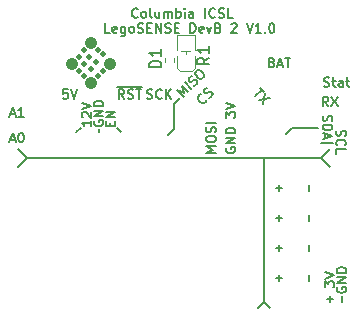
<source format=gbr>
%TF.GenerationSoftware,KiCad,Pcbnew,(6.0.0-0)*%
%TF.CreationDate,2023-03-06T18:33:43-05:00*%
%TF.ProjectId,module_dev2,6d6f6475-6c65-45f6-9465-76322e6b6963,rev?*%
%TF.SameCoordinates,Original*%
%TF.FileFunction,Legend,Top*%
%TF.FilePolarity,Positive*%
%FSLAX46Y46*%
G04 Gerber Fmt 4.6, Leading zero omitted, Abs format (unit mm)*
G04 Created by KiCad (PCBNEW (6.0.0-0)) date 2023-03-06 18:33:43*
%MOMM*%
%LPD*%
G01*
G04 APERTURE LIST*
%ADD10C,0.152400*%
%ADD11C,0.150000*%
%ADD12C,0.120000*%
%ADD13C,0.500000*%
%ADD14C,1.000000*%
G04 APERTURE END LIST*
D10*
X98806000Y-71628000D02*
X98425000Y-72009000D01*
X115316000Y-76708000D02*
X115824000Y-76708000D01*
X119126000Y-74168000D02*
X119888000Y-74930000D01*
X94234000Y-74168000D02*
X93472000Y-74930000D01*
X114300000Y-86360000D02*
X114808000Y-86868000D01*
X120904000Y-85852000D02*
X120904000Y-86360000D01*
X119126000Y-72898000D02*
X120142000Y-72898000D01*
X115570000Y-81534000D02*
X115570000Y-82042000D01*
X115316000Y-81788000D02*
X115824000Y-81788000D01*
X119888000Y-85852000D02*
X119888000Y-86360000D01*
X94234000Y-74168000D02*
X93472000Y-73406000D01*
X116713000Y-71628000D02*
X116205000Y-72136000D01*
X115316000Y-79248000D02*
X115824000Y-79248000D01*
X115570000Y-76454000D02*
X115570000Y-76962000D01*
X114300000Y-86360000D02*
X113792000Y-86868000D01*
X114300000Y-74168000D02*
X114300000Y-86360000D01*
X106680000Y-69596000D02*
X107188000Y-69088000D01*
X106172000Y-72263000D02*
X106680000Y-71755000D01*
X115570000Y-84074000D02*
X115570000Y-84582000D01*
X118110000Y-82042000D02*
X118110000Y-81534000D01*
X102235000Y-72009000D02*
X101854000Y-71628000D01*
X118110000Y-79502000D02*
X118110000Y-78994000D01*
X115316000Y-84328000D02*
X115824000Y-84328000D01*
X118872000Y-71628000D02*
X116713000Y-71628000D01*
X100330000Y-72009000D02*
X100330000Y-71755000D01*
X119126000Y-74168000D02*
X119888000Y-73406000D01*
X118110000Y-76962000D02*
X118110000Y-76454000D01*
X94234000Y-74168000D02*
X119126000Y-74168000D01*
X118110000Y-84074000D02*
X118110000Y-84582000D01*
X106680000Y-71755000D02*
X106680000Y-69596000D01*
X119634000Y-86106000D02*
X120142000Y-86106000D01*
X115570000Y-78994000D02*
X115570000Y-79502000D01*
D11*
X120453190Y-71877880D02*
X120415095Y-71992166D01*
X120415095Y-72182642D01*
X120453190Y-72258833D01*
X120491285Y-72296928D01*
X120567476Y-72335023D01*
X120643666Y-72335023D01*
X120719857Y-72296928D01*
X120757952Y-72258833D01*
X120796047Y-72182642D01*
X120834142Y-72030261D01*
X120872238Y-71954071D01*
X120910333Y-71915976D01*
X120986523Y-71877880D01*
X121062714Y-71877880D01*
X121138904Y-71915976D01*
X121177000Y-71954071D01*
X121215095Y-72030261D01*
X121215095Y-72220738D01*
X121177000Y-72335023D01*
X120491285Y-73135023D02*
X120453190Y-73096928D01*
X120415095Y-72982642D01*
X120415095Y-72906452D01*
X120453190Y-72792166D01*
X120529380Y-72715976D01*
X120605571Y-72677880D01*
X120757952Y-72639785D01*
X120872238Y-72639785D01*
X121024619Y-72677880D01*
X121100809Y-72715976D01*
X121177000Y-72792166D01*
X121215095Y-72906452D01*
X121215095Y-72982642D01*
X121177000Y-73096928D01*
X121138904Y-73135023D01*
X120415095Y-73858833D02*
X120415095Y-73477880D01*
X121215095Y-73477880D01*
X111106000Y-73333976D02*
X111067904Y-73410166D01*
X111067904Y-73524452D01*
X111106000Y-73638738D01*
X111182190Y-73714928D01*
X111258380Y-73753023D01*
X111410761Y-73791119D01*
X111525047Y-73791119D01*
X111677428Y-73753023D01*
X111753619Y-73714928D01*
X111829809Y-73638738D01*
X111867904Y-73524452D01*
X111867904Y-73448261D01*
X111829809Y-73333976D01*
X111791714Y-73295880D01*
X111525047Y-73295880D01*
X111525047Y-73448261D01*
X111867904Y-72953023D02*
X111067904Y-72953023D01*
X111867904Y-72495880D01*
X111067904Y-72495880D01*
X111867904Y-72114928D02*
X111067904Y-72114928D01*
X111067904Y-71924452D01*
X111106000Y-71810166D01*
X111182190Y-71733976D01*
X111258380Y-71695880D01*
X111410761Y-71657785D01*
X111525047Y-71657785D01*
X111677428Y-71695880D01*
X111753619Y-71733976D01*
X111829809Y-71810166D01*
X111867904Y-71924452D01*
X111867904Y-72114928D01*
X111067904Y-70781595D02*
X111067904Y-70286357D01*
X111372666Y-70553023D01*
X111372666Y-70438738D01*
X111410761Y-70362547D01*
X111448857Y-70324452D01*
X111525047Y-70286357D01*
X111715523Y-70286357D01*
X111791714Y-70324452D01*
X111829809Y-70362547D01*
X111867904Y-70438738D01*
X111867904Y-70667309D01*
X111829809Y-70743500D01*
X111791714Y-70781595D01*
X111067904Y-70057785D02*
X111867904Y-69791119D01*
X111067904Y-69524452D01*
X119310190Y-70607880D02*
X119272095Y-70722166D01*
X119272095Y-70912642D01*
X119310190Y-70988833D01*
X119348285Y-71026928D01*
X119424476Y-71065023D01*
X119500666Y-71065023D01*
X119576857Y-71026928D01*
X119614952Y-70988833D01*
X119653047Y-70912642D01*
X119691142Y-70760261D01*
X119729238Y-70684071D01*
X119767333Y-70645976D01*
X119843523Y-70607880D01*
X119919714Y-70607880D01*
X119995904Y-70645976D01*
X120034000Y-70684071D01*
X120072095Y-70760261D01*
X120072095Y-70950738D01*
X120034000Y-71065023D01*
X119272095Y-71407880D02*
X120072095Y-71407880D01*
X120072095Y-71598357D01*
X120034000Y-71712642D01*
X119957809Y-71788833D01*
X119881619Y-71826928D01*
X119729238Y-71865023D01*
X119614952Y-71865023D01*
X119462571Y-71826928D01*
X119386380Y-71788833D01*
X119310190Y-71712642D01*
X119272095Y-71598357D01*
X119272095Y-71407880D01*
X119500666Y-72169785D02*
X119500666Y-72550738D01*
X119272095Y-72093595D02*
X120072095Y-72360261D01*
X119272095Y-72626928D01*
X120504000Y-85144976D02*
X120465904Y-85221166D01*
X120465904Y-85335452D01*
X120504000Y-85449738D01*
X120580190Y-85525928D01*
X120656380Y-85564023D01*
X120808761Y-85602119D01*
X120923047Y-85602119D01*
X121075428Y-85564023D01*
X121151619Y-85525928D01*
X121227809Y-85449738D01*
X121265904Y-85335452D01*
X121265904Y-85259261D01*
X121227809Y-85144976D01*
X121189714Y-85106880D01*
X120923047Y-85106880D01*
X120923047Y-85259261D01*
X121265904Y-84764023D02*
X120465904Y-84764023D01*
X121265904Y-84306880D01*
X120465904Y-84306880D01*
X121265904Y-83925928D02*
X120465904Y-83925928D01*
X120465904Y-83735452D01*
X120504000Y-83621166D01*
X120580190Y-83544976D01*
X120656380Y-83506880D01*
X120808761Y-83468785D01*
X120923047Y-83468785D01*
X121075428Y-83506880D01*
X121151619Y-83544976D01*
X121227809Y-83621166D01*
X121265904Y-83735452D01*
X121265904Y-83925928D01*
X110216904Y-73753023D02*
X109416904Y-73753023D01*
X109988333Y-73486357D01*
X109416904Y-73219690D01*
X110216904Y-73219690D01*
X109416904Y-72686357D02*
X109416904Y-72533976D01*
X109455000Y-72457785D01*
X109531190Y-72381595D01*
X109683571Y-72343500D01*
X109950238Y-72343500D01*
X110102619Y-72381595D01*
X110178809Y-72457785D01*
X110216904Y-72533976D01*
X110216904Y-72686357D01*
X110178809Y-72762547D01*
X110102619Y-72838738D01*
X109950238Y-72876833D01*
X109683571Y-72876833D01*
X109531190Y-72838738D01*
X109455000Y-72762547D01*
X109416904Y-72686357D01*
X110178809Y-72038738D02*
X110216904Y-71924452D01*
X110216904Y-71733976D01*
X110178809Y-71657785D01*
X110140714Y-71619690D01*
X110064523Y-71581595D01*
X109988333Y-71581595D01*
X109912142Y-71619690D01*
X109874047Y-71657785D01*
X109835952Y-71733976D01*
X109797857Y-71886357D01*
X109759761Y-71962547D01*
X109721666Y-72000642D01*
X109645476Y-72038738D01*
X109569285Y-72038738D01*
X109493095Y-72000642D01*
X109455000Y-71962547D01*
X109416904Y-71886357D01*
X109416904Y-71695880D01*
X109455000Y-71581595D01*
X110216904Y-71238738D02*
X109416904Y-71238738D01*
X99675904Y-71047976D02*
X99675904Y-71505119D01*
X99675904Y-71276547D02*
X98875904Y-71276547D01*
X98990190Y-71352738D01*
X99066380Y-71428928D01*
X99104476Y-71505119D01*
X98952095Y-70743214D02*
X98914000Y-70705119D01*
X98875904Y-70628928D01*
X98875904Y-70438452D01*
X98914000Y-70362261D01*
X98952095Y-70324166D01*
X99028285Y-70286071D01*
X99104476Y-70286071D01*
X99218761Y-70324166D01*
X99675904Y-70781309D01*
X99675904Y-70286071D01*
X98875904Y-70057500D02*
X99675904Y-69790833D01*
X98875904Y-69524166D01*
X101288857Y-71467023D02*
X101288857Y-71200357D01*
X101707904Y-71086071D02*
X101707904Y-71467023D01*
X100907904Y-71467023D01*
X100907904Y-71086071D01*
X101707904Y-70743214D02*
X100907904Y-70743214D01*
X101707904Y-70286071D01*
X100907904Y-70286071D01*
X97696928Y-68395904D02*
X97315976Y-68395904D01*
X97277880Y-68776857D01*
X97315976Y-68738761D01*
X97392166Y-68700666D01*
X97582642Y-68700666D01*
X97658833Y-68738761D01*
X97696928Y-68776857D01*
X97735023Y-68853047D01*
X97735023Y-69043523D01*
X97696928Y-69119714D01*
X97658833Y-69157809D01*
X97582642Y-69195904D01*
X97392166Y-69195904D01*
X97315976Y-69157809D01*
X97277880Y-69119714D01*
X97963595Y-68395904D02*
X98230261Y-69195904D01*
X98496928Y-68395904D01*
X119375880Y-68141809D02*
X119490166Y-68179904D01*
X119680642Y-68179904D01*
X119756833Y-68141809D01*
X119794928Y-68103714D01*
X119833023Y-68027523D01*
X119833023Y-67951333D01*
X119794928Y-67875142D01*
X119756833Y-67837047D01*
X119680642Y-67798952D01*
X119528261Y-67760857D01*
X119452071Y-67722761D01*
X119413976Y-67684666D01*
X119375880Y-67608476D01*
X119375880Y-67532285D01*
X119413976Y-67456095D01*
X119452071Y-67418000D01*
X119528261Y-67379904D01*
X119718738Y-67379904D01*
X119833023Y-67418000D01*
X120061595Y-67646571D02*
X120366357Y-67646571D01*
X120175880Y-67379904D02*
X120175880Y-68065619D01*
X120213976Y-68141809D01*
X120290166Y-68179904D01*
X120366357Y-68179904D01*
X120975880Y-68179904D02*
X120975880Y-67760857D01*
X120937785Y-67684666D01*
X120861595Y-67646571D01*
X120709214Y-67646571D01*
X120633023Y-67684666D01*
X120975880Y-68141809D02*
X120899690Y-68179904D01*
X120709214Y-68179904D01*
X120633023Y-68141809D01*
X120594928Y-68065619D01*
X120594928Y-67989428D01*
X120633023Y-67913238D01*
X120709214Y-67875142D01*
X120899690Y-67875142D01*
X120975880Y-67837047D01*
X121242547Y-67646571D02*
X121547309Y-67646571D01*
X121356833Y-67379904D02*
X121356833Y-68065619D01*
X121394928Y-68141809D01*
X121471119Y-68179904D01*
X121547309Y-68179904D01*
X114981642Y-66109857D02*
X115095928Y-66147952D01*
X115134023Y-66186047D01*
X115172119Y-66262238D01*
X115172119Y-66376523D01*
X115134023Y-66452714D01*
X115095928Y-66490809D01*
X115019738Y-66528904D01*
X114714976Y-66528904D01*
X114714976Y-65728904D01*
X114981642Y-65728904D01*
X115057833Y-65767000D01*
X115095928Y-65805095D01*
X115134023Y-65881285D01*
X115134023Y-65957476D01*
X115095928Y-66033666D01*
X115057833Y-66071761D01*
X114981642Y-66109857D01*
X114714976Y-66109857D01*
X115476880Y-66300333D02*
X115857833Y-66300333D01*
X115400690Y-66528904D02*
X115667357Y-65728904D01*
X115934023Y-66528904D01*
X116086404Y-65728904D02*
X116543547Y-65728904D01*
X116314976Y-66528904D02*
X116314976Y-65728904D01*
X119449904Y-85132214D02*
X119449904Y-84636976D01*
X119754666Y-84903642D01*
X119754666Y-84789357D01*
X119792761Y-84713166D01*
X119830857Y-84675071D01*
X119907047Y-84636976D01*
X120097523Y-84636976D01*
X120173714Y-84675071D01*
X120211809Y-84713166D01*
X120249904Y-84789357D01*
X120249904Y-85017928D01*
X120211809Y-85094119D01*
X120173714Y-85132214D01*
X119449904Y-84408404D02*
X120249904Y-84141738D01*
X119449904Y-83875071D01*
X113970597Y-68266037D02*
X114293846Y-68589286D01*
X113566536Y-68993347D02*
X114132222Y-68427662D01*
X114428533Y-68723973D02*
X114239971Y-69666782D01*
X114805657Y-69101097D02*
X113862848Y-69289658D01*
X104389880Y-69157809D02*
X104504166Y-69195904D01*
X104694642Y-69195904D01*
X104770833Y-69157809D01*
X104808928Y-69119714D01*
X104847023Y-69043523D01*
X104847023Y-68967333D01*
X104808928Y-68891142D01*
X104770833Y-68853047D01*
X104694642Y-68814952D01*
X104542261Y-68776857D01*
X104466071Y-68738761D01*
X104427976Y-68700666D01*
X104389880Y-68624476D01*
X104389880Y-68548285D01*
X104427976Y-68472095D01*
X104466071Y-68434000D01*
X104542261Y-68395904D01*
X104732738Y-68395904D01*
X104847023Y-68434000D01*
X105647023Y-69119714D02*
X105608928Y-69157809D01*
X105494642Y-69195904D01*
X105418452Y-69195904D01*
X105304166Y-69157809D01*
X105227976Y-69081619D01*
X105189880Y-69005428D01*
X105151785Y-68853047D01*
X105151785Y-68738761D01*
X105189880Y-68586380D01*
X105227976Y-68510190D01*
X105304166Y-68434000D01*
X105418452Y-68395904D01*
X105494642Y-68395904D01*
X105608928Y-68434000D01*
X105647023Y-68472095D01*
X105989880Y-69195904D02*
X105989880Y-68395904D01*
X106447023Y-69195904D02*
X106104166Y-68738761D01*
X106447023Y-68395904D02*
X105989880Y-68853047D01*
X109440909Y-69271151D02*
X109440909Y-69325026D01*
X109387034Y-69432776D01*
X109333159Y-69486650D01*
X109225410Y-69540525D01*
X109117660Y-69540525D01*
X109036848Y-69513588D01*
X108902161Y-69432776D01*
X108821349Y-69351963D01*
X108740536Y-69217276D01*
X108713599Y-69136464D01*
X108713599Y-69028715D01*
X108767474Y-68920965D01*
X108821349Y-68867090D01*
X108929098Y-68813215D01*
X108982973Y-68813215D01*
X109683345Y-69082589D02*
X109791095Y-69028715D01*
X109925782Y-68894028D01*
X109952719Y-68813215D01*
X109952719Y-68759341D01*
X109925782Y-68678528D01*
X109871907Y-68624654D01*
X109791095Y-68597716D01*
X109737220Y-68597716D01*
X109656408Y-68624654D01*
X109521721Y-68705466D01*
X109440909Y-68732403D01*
X109387034Y-68732403D01*
X109306222Y-68705466D01*
X109252347Y-68651591D01*
X109225410Y-68570779D01*
X109225410Y-68516904D01*
X109252347Y-68436092D01*
X109387034Y-68301405D01*
X109494784Y-68247530D01*
X92832880Y-72650333D02*
X93213833Y-72650333D01*
X92756690Y-72878904D02*
X93023357Y-72078904D01*
X93290023Y-72878904D01*
X93709071Y-72078904D02*
X93785261Y-72078904D01*
X93861452Y-72117000D01*
X93899547Y-72155095D01*
X93937642Y-72231285D01*
X93975738Y-72383666D01*
X93975738Y-72574142D01*
X93937642Y-72726523D01*
X93899547Y-72802714D01*
X93861452Y-72840809D01*
X93785261Y-72878904D01*
X93709071Y-72878904D01*
X93632880Y-72840809D01*
X93594785Y-72802714D01*
X93556690Y-72726523D01*
X93518595Y-72574142D01*
X93518595Y-72383666D01*
X93556690Y-72231285D01*
X93594785Y-72155095D01*
X93632880Y-72117000D01*
X93709071Y-72078904D01*
X92832880Y-70491333D02*
X93213833Y-70491333D01*
X92756690Y-70719904D02*
X93023357Y-69919904D01*
X93290023Y-70719904D01*
X93975738Y-70719904D02*
X93518595Y-70719904D01*
X93747166Y-70719904D02*
X93747166Y-69919904D01*
X93670976Y-70034190D01*
X93594785Y-70110380D01*
X93518595Y-70148476D01*
X119744119Y-69830904D02*
X119477452Y-69449952D01*
X119286976Y-69830904D02*
X119286976Y-69030904D01*
X119591738Y-69030904D01*
X119667928Y-69069000D01*
X119706023Y-69107095D01*
X119744119Y-69183285D01*
X119744119Y-69297571D01*
X119706023Y-69373761D01*
X119667928Y-69411857D01*
X119591738Y-69449952D01*
X119286976Y-69449952D01*
X120010785Y-69030904D02*
X120544119Y-69830904D01*
X120544119Y-69030904D02*
X120010785Y-69830904D01*
X107520535Y-69013275D02*
X106954849Y-68447589D01*
X107547472Y-68663089D01*
X107331973Y-68070466D01*
X107897658Y-68636151D01*
X108167032Y-68366777D02*
X107601347Y-67801092D01*
X108382532Y-68097403D02*
X108490281Y-68043528D01*
X108624968Y-67908841D01*
X108651906Y-67828029D01*
X108651906Y-67774154D01*
X108624968Y-67693342D01*
X108571093Y-67639467D01*
X108490281Y-67612530D01*
X108436406Y-67612530D01*
X108355594Y-67639467D01*
X108220907Y-67720280D01*
X108140095Y-67747217D01*
X108086220Y-67747217D01*
X108005408Y-67720280D01*
X107951533Y-67666405D01*
X107924596Y-67585593D01*
X107924596Y-67531718D01*
X107951533Y-67450906D01*
X108086220Y-67316219D01*
X108193970Y-67262344D01*
X108517219Y-66885220D02*
X108624968Y-66777471D01*
X108705780Y-66750533D01*
X108813530Y-66750533D01*
X108948217Y-66831345D01*
X109136779Y-67019907D01*
X109217591Y-67154594D01*
X109217591Y-67262344D01*
X109190654Y-67343156D01*
X109082904Y-67450906D01*
X109002092Y-67477843D01*
X108894342Y-67477843D01*
X108759655Y-67397031D01*
X108571093Y-67208469D01*
X108490281Y-67073782D01*
X108490281Y-66966032D01*
X108517219Y-66885220D01*
X99930000Y-71047976D02*
X99891904Y-71124166D01*
X99891904Y-71238452D01*
X99930000Y-71352738D01*
X100006190Y-71428928D01*
X100082380Y-71467023D01*
X100234761Y-71505119D01*
X100349047Y-71505119D01*
X100501428Y-71467023D01*
X100577619Y-71428928D01*
X100653809Y-71352738D01*
X100691904Y-71238452D01*
X100691904Y-71162261D01*
X100653809Y-71047976D01*
X100615714Y-71009880D01*
X100349047Y-71009880D01*
X100349047Y-71162261D01*
X100691904Y-70667023D02*
X99891904Y-70667023D01*
X100691904Y-70209880D01*
X99891904Y-70209880D01*
X100691904Y-69828928D02*
X99891904Y-69828928D01*
X99891904Y-69638452D01*
X99930000Y-69524166D01*
X100006190Y-69447976D01*
X100082380Y-69409880D01*
X100234761Y-69371785D01*
X100349047Y-69371785D01*
X100501428Y-69409880D01*
X100577619Y-69447976D01*
X100653809Y-69524166D01*
X100691904Y-69638452D01*
X100691904Y-69828928D01*
X101824500Y-68170000D02*
X102624500Y-68170000D01*
X102472119Y-69195904D02*
X102205452Y-68814952D01*
X102014976Y-69195904D02*
X102014976Y-68395904D01*
X102319738Y-68395904D01*
X102395928Y-68434000D01*
X102434023Y-68472095D01*
X102472119Y-68548285D01*
X102472119Y-68662571D01*
X102434023Y-68738761D01*
X102395928Y-68776857D01*
X102319738Y-68814952D01*
X102014976Y-68814952D01*
X102624500Y-68170000D02*
X103386404Y-68170000D01*
X102776880Y-69157809D02*
X102891166Y-69195904D01*
X103081642Y-69195904D01*
X103157833Y-69157809D01*
X103195928Y-69119714D01*
X103234023Y-69043523D01*
X103234023Y-68967333D01*
X103195928Y-68891142D01*
X103157833Y-68853047D01*
X103081642Y-68814952D01*
X102929261Y-68776857D01*
X102853071Y-68738761D01*
X102814976Y-68700666D01*
X102776880Y-68624476D01*
X102776880Y-68548285D01*
X102814976Y-68472095D01*
X102853071Y-68434000D01*
X102929261Y-68395904D01*
X103119738Y-68395904D01*
X103234023Y-68434000D01*
X103386404Y-68170000D02*
X103995928Y-68170000D01*
X103462595Y-68395904D02*
X103919738Y-68395904D01*
X103691166Y-69195904D02*
X103691166Y-68395904D01*
X101252928Y-63607904D02*
X100871976Y-63607904D01*
X100871976Y-62807904D01*
X101824357Y-63569809D02*
X101748166Y-63607904D01*
X101595785Y-63607904D01*
X101519595Y-63569809D01*
X101481500Y-63493619D01*
X101481500Y-63188857D01*
X101519595Y-63112666D01*
X101595785Y-63074571D01*
X101748166Y-63074571D01*
X101824357Y-63112666D01*
X101862452Y-63188857D01*
X101862452Y-63265047D01*
X101481500Y-63341238D01*
X102548166Y-63074571D02*
X102548166Y-63722190D01*
X102510071Y-63798380D01*
X102471976Y-63836476D01*
X102395785Y-63874571D01*
X102281500Y-63874571D01*
X102205309Y-63836476D01*
X102548166Y-63569809D02*
X102471976Y-63607904D01*
X102319595Y-63607904D01*
X102243404Y-63569809D01*
X102205309Y-63531714D01*
X102167214Y-63455523D01*
X102167214Y-63226952D01*
X102205309Y-63150761D01*
X102243404Y-63112666D01*
X102319595Y-63074571D01*
X102471976Y-63074571D01*
X102548166Y-63112666D01*
X103043404Y-63607904D02*
X102967214Y-63569809D01*
X102929119Y-63531714D01*
X102891023Y-63455523D01*
X102891023Y-63226952D01*
X102929119Y-63150761D01*
X102967214Y-63112666D01*
X103043404Y-63074571D01*
X103157690Y-63074571D01*
X103233880Y-63112666D01*
X103271976Y-63150761D01*
X103310071Y-63226952D01*
X103310071Y-63455523D01*
X103271976Y-63531714D01*
X103233880Y-63569809D01*
X103157690Y-63607904D01*
X103043404Y-63607904D01*
X103614833Y-63569809D02*
X103729119Y-63607904D01*
X103919595Y-63607904D01*
X103995785Y-63569809D01*
X104033880Y-63531714D01*
X104071976Y-63455523D01*
X104071976Y-63379333D01*
X104033880Y-63303142D01*
X103995785Y-63265047D01*
X103919595Y-63226952D01*
X103767214Y-63188857D01*
X103691023Y-63150761D01*
X103652928Y-63112666D01*
X103614833Y-63036476D01*
X103614833Y-62960285D01*
X103652928Y-62884095D01*
X103691023Y-62846000D01*
X103767214Y-62807904D01*
X103957690Y-62807904D01*
X104071976Y-62846000D01*
X104414833Y-63188857D02*
X104681500Y-63188857D01*
X104795785Y-63607904D02*
X104414833Y-63607904D01*
X104414833Y-62807904D01*
X104795785Y-62807904D01*
X105138642Y-63607904D02*
X105138642Y-62807904D01*
X105595785Y-63607904D01*
X105595785Y-62807904D01*
X105938642Y-63569809D02*
X106052928Y-63607904D01*
X106243404Y-63607904D01*
X106319595Y-63569809D01*
X106357690Y-63531714D01*
X106395785Y-63455523D01*
X106395785Y-63379333D01*
X106357690Y-63303142D01*
X106319595Y-63265047D01*
X106243404Y-63226952D01*
X106091023Y-63188857D01*
X106014833Y-63150761D01*
X105976738Y-63112666D01*
X105938642Y-63036476D01*
X105938642Y-62960285D01*
X105976738Y-62884095D01*
X106014833Y-62846000D01*
X106091023Y-62807904D01*
X106281500Y-62807904D01*
X106395785Y-62846000D01*
X106738642Y-63188857D02*
X107005309Y-63188857D01*
X107119595Y-63607904D02*
X106738642Y-63607904D01*
X106738642Y-62807904D01*
X107119595Y-62807904D01*
X108071976Y-63607904D02*
X108071976Y-62807904D01*
X108262452Y-62807904D01*
X108376738Y-62846000D01*
X108452928Y-62922190D01*
X108491023Y-62998380D01*
X108529119Y-63150761D01*
X108529119Y-63265047D01*
X108491023Y-63417428D01*
X108452928Y-63493619D01*
X108376738Y-63569809D01*
X108262452Y-63607904D01*
X108071976Y-63607904D01*
X109176738Y-63569809D02*
X109100547Y-63607904D01*
X108948166Y-63607904D01*
X108871976Y-63569809D01*
X108833880Y-63493619D01*
X108833880Y-63188857D01*
X108871976Y-63112666D01*
X108948166Y-63074571D01*
X109100547Y-63074571D01*
X109176738Y-63112666D01*
X109214833Y-63188857D01*
X109214833Y-63265047D01*
X108833880Y-63341238D01*
X109481500Y-63074571D02*
X109671976Y-63607904D01*
X109862452Y-63074571D01*
X110433880Y-63188857D02*
X110548166Y-63226952D01*
X110586261Y-63265047D01*
X110624357Y-63341238D01*
X110624357Y-63455523D01*
X110586261Y-63531714D01*
X110548166Y-63569809D01*
X110471976Y-63607904D01*
X110167214Y-63607904D01*
X110167214Y-62807904D01*
X110433880Y-62807904D01*
X110510071Y-62846000D01*
X110548166Y-62884095D01*
X110586261Y-62960285D01*
X110586261Y-63036476D01*
X110548166Y-63112666D01*
X110510071Y-63150761D01*
X110433880Y-63188857D01*
X110167214Y-63188857D01*
X111538642Y-62884095D02*
X111576738Y-62846000D01*
X111652928Y-62807904D01*
X111843404Y-62807904D01*
X111919595Y-62846000D01*
X111957690Y-62884095D01*
X111995785Y-62960285D01*
X111995785Y-63036476D01*
X111957690Y-63150761D01*
X111500547Y-63607904D01*
X111995785Y-63607904D01*
X112833880Y-62807904D02*
X113100547Y-63607904D01*
X113367214Y-62807904D01*
X114052928Y-63607904D02*
X113595785Y-63607904D01*
X113824357Y-63607904D02*
X113824357Y-62807904D01*
X113748166Y-62922190D01*
X113671976Y-62998380D01*
X113595785Y-63036476D01*
X114395785Y-63531714D02*
X114433880Y-63569809D01*
X114395785Y-63607904D01*
X114357690Y-63569809D01*
X114395785Y-63531714D01*
X114395785Y-63607904D01*
X114929119Y-62807904D02*
X115005309Y-62807904D01*
X115081500Y-62846000D01*
X115119595Y-62884095D01*
X115157690Y-62960285D01*
X115195785Y-63112666D01*
X115195785Y-63303142D01*
X115157690Y-63455523D01*
X115119595Y-63531714D01*
X115081500Y-63569809D01*
X115005309Y-63607904D01*
X114929119Y-63607904D01*
X114852928Y-63569809D01*
X114814833Y-63531714D01*
X114776738Y-63455523D01*
X114738642Y-63303142D01*
X114738642Y-63112666D01*
X114776738Y-62960285D01*
X114814833Y-62884095D01*
X114852928Y-62846000D01*
X114929119Y-62807904D01*
X103615119Y-62261714D02*
X103577023Y-62299809D01*
X103462738Y-62337904D01*
X103386547Y-62337904D01*
X103272261Y-62299809D01*
X103196071Y-62223619D01*
X103157976Y-62147428D01*
X103119880Y-61995047D01*
X103119880Y-61880761D01*
X103157976Y-61728380D01*
X103196071Y-61652190D01*
X103272261Y-61576000D01*
X103386547Y-61537904D01*
X103462738Y-61537904D01*
X103577023Y-61576000D01*
X103615119Y-61614095D01*
X104072261Y-62337904D02*
X103996071Y-62299809D01*
X103957976Y-62261714D01*
X103919880Y-62185523D01*
X103919880Y-61956952D01*
X103957976Y-61880761D01*
X103996071Y-61842666D01*
X104072261Y-61804571D01*
X104186547Y-61804571D01*
X104262738Y-61842666D01*
X104300833Y-61880761D01*
X104338928Y-61956952D01*
X104338928Y-62185523D01*
X104300833Y-62261714D01*
X104262738Y-62299809D01*
X104186547Y-62337904D01*
X104072261Y-62337904D01*
X104796071Y-62337904D02*
X104719880Y-62299809D01*
X104681785Y-62223619D01*
X104681785Y-61537904D01*
X105443690Y-61804571D02*
X105443690Y-62337904D01*
X105100833Y-61804571D02*
X105100833Y-62223619D01*
X105138928Y-62299809D01*
X105215119Y-62337904D01*
X105329404Y-62337904D01*
X105405595Y-62299809D01*
X105443690Y-62261714D01*
X105824642Y-62337904D02*
X105824642Y-61804571D01*
X105824642Y-61880761D02*
X105862738Y-61842666D01*
X105938928Y-61804571D01*
X106053214Y-61804571D01*
X106129404Y-61842666D01*
X106167500Y-61918857D01*
X106167500Y-62337904D01*
X106167500Y-61918857D02*
X106205595Y-61842666D01*
X106281785Y-61804571D01*
X106396071Y-61804571D01*
X106472261Y-61842666D01*
X106510357Y-61918857D01*
X106510357Y-62337904D01*
X106891309Y-62337904D02*
X106891309Y-61537904D01*
X106891309Y-61842666D02*
X106967500Y-61804571D01*
X107119880Y-61804571D01*
X107196071Y-61842666D01*
X107234166Y-61880761D01*
X107272261Y-61956952D01*
X107272261Y-62185523D01*
X107234166Y-62261714D01*
X107196071Y-62299809D01*
X107119880Y-62337904D01*
X106967500Y-62337904D01*
X106891309Y-62299809D01*
X107615119Y-62337904D02*
X107615119Y-61804571D01*
X107615119Y-61537904D02*
X107577023Y-61576000D01*
X107615119Y-61614095D01*
X107653214Y-61576000D01*
X107615119Y-61537904D01*
X107615119Y-61614095D01*
X108338928Y-62337904D02*
X108338928Y-61918857D01*
X108300833Y-61842666D01*
X108224642Y-61804571D01*
X108072261Y-61804571D01*
X107996071Y-61842666D01*
X108338928Y-62299809D02*
X108262738Y-62337904D01*
X108072261Y-62337904D01*
X107996071Y-62299809D01*
X107957976Y-62223619D01*
X107957976Y-62147428D01*
X107996071Y-62071238D01*
X108072261Y-62033142D01*
X108262738Y-62033142D01*
X108338928Y-61995047D01*
X109329404Y-62337904D02*
X109329404Y-61537904D01*
X110167500Y-62261714D02*
X110129404Y-62299809D01*
X110015119Y-62337904D01*
X109938928Y-62337904D01*
X109824642Y-62299809D01*
X109748452Y-62223619D01*
X109710357Y-62147428D01*
X109672261Y-61995047D01*
X109672261Y-61880761D01*
X109710357Y-61728380D01*
X109748452Y-61652190D01*
X109824642Y-61576000D01*
X109938928Y-61537904D01*
X110015119Y-61537904D01*
X110129404Y-61576000D01*
X110167500Y-61614095D01*
X110472261Y-62299809D02*
X110586547Y-62337904D01*
X110777023Y-62337904D01*
X110853214Y-62299809D01*
X110891309Y-62261714D01*
X110929404Y-62185523D01*
X110929404Y-62109333D01*
X110891309Y-62033142D01*
X110853214Y-61995047D01*
X110777023Y-61956952D01*
X110624642Y-61918857D01*
X110548452Y-61880761D01*
X110510357Y-61842666D01*
X110472261Y-61766476D01*
X110472261Y-61690285D01*
X110510357Y-61614095D01*
X110548452Y-61576000D01*
X110624642Y-61537904D01*
X110815119Y-61537904D01*
X110929404Y-61576000D01*
X111653214Y-62337904D02*
X111272261Y-62337904D01*
X111272261Y-61537904D01*
%TO.C,R1*%
X109672380Y-65698666D02*
X109196190Y-66032000D01*
X109672380Y-66270095D02*
X108672380Y-66270095D01*
X108672380Y-65889142D01*
X108720000Y-65793904D01*
X108767619Y-65746285D01*
X108862857Y-65698666D01*
X109005714Y-65698666D01*
X109100952Y-65746285D01*
X109148571Y-65793904D01*
X109196190Y-65889142D01*
X109196190Y-66270095D01*
X109672380Y-64746285D02*
X109672380Y-65317714D01*
X109672380Y-65032000D02*
X108672380Y-65032000D01*
X108815238Y-65127238D01*
X108910476Y-65222476D01*
X108958095Y-65317714D01*
%TO.C,D1*%
X105608380Y-66524095D02*
X104608380Y-66524095D01*
X104608380Y-66286000D01*
X104656000Y-66143142D01*
X104751238Y-66047904D01*
X104846476Y-66000285D01*
X105036952Y-65952666D01*
X105179809Y-65952666D01*
X105370285Y-66000285D01*
X105465523Y-66047904D01*
X105560761Y-66143142D01*
X105608380Y-66286000D01*
X105608380Y-66524095D01*
X105608380Y-65000285D02*
X105608380Y-65571714D01*
X105608380Y-65286000D02*
X104608380Y-65286000D01*
X104751238Y-65381238D01*
X104846476Y-65476476D01*
X104894095Y-65571714D01*
D12*
%TO.C,R1*%
X106679000Y-65759359D02*
X106679000Y-66066641D01*
X105919000Y-65759359D02*
X105919000Y-66066641D01*
D13*
%TO.C,G\u002A\u002A\u002A*%
X99654000Y-66640000D02*
G75*
G03*
X99654000Y-66640000I0J0D01*
G01*
D14*
X99654000Y-67840000D02*
G75*
G03*
X99654000Y-67840000I0J0D01*
G01*
D13*
X99454000Y-65640000D02*
G75*
G03*
X99454000Y-65640000I0J0D01*
G01*
X99054000Y-65040000D02*
G75*
G03*
X99054000Y-65040000I0J0D01*
G01*
X100654000Y-66840000D02*
G75*
G03*
X100654000Y-66840000I0J0D01*
G01*
D14*
X99654000Y-64440000D02*
G75*
G03*
X99654000Y-64440000I0J0D01*
G01*
D13*
X99054000Y-67240000D02*
G75*
G03*
X99054000Y-67240000I0J0D01*
G01*
X100654000Y-65440000D02*
G75*
G03*
X100654000Y-65440000I0J0D01*
G01*
X100254000Y-67240000D02*
G75*
G03*
X100254000Y-67240000I0J0D01*
G01*
X100254000Y-65040000D02*
G75*
G03*
X100254000Y-65040000I0J0D01*
G01*
X100054000Y-66040000D02*
G75*
G03*
X100054000Y-66040000I0J0D01*
G01*
D14*
X98054000Y-66240000D02*
G75*
G03*
X98054000Y-66240000I0J0D01*
G01*
D13*
X99054000Y-66240000D02*
G75*
G03*
X99054000Y-66240000I0J0D01*
G01*
X98654000Y-65640000D02*
G75*
G03*
X98654000Y-65640000I0J0D01*
G01*
X98654000Y-66840000D02*
G75*
G03*
X98654000Y-66840000I0J0D01*
G01*
D14*
X101254000Y-66240000D02*
G75*
G03*
X101254000Y-66240000I0J0D01*
G01*
D12*
%TO.C,D1*%
X106961000Y-63793000D02*
X106961000Y-65024000D01*
X108431000Y-65024000D02*
X108431000Y-63793000D01*
X108431000Y-66548000D02*
X108431000Y-65532000D01*
X107188000Y-66802000D02*
X106961000Y-66548000D01*
X108431000Y-66548000D02*
X108204000Y-66802000D01*
X108431000Y-63793000D02*
X106961000Y-63793000D01*
X107315000Y-65151000D02*
X108077000Y-65151000D01*
X108204000Y-66802000D02*
X107188000Y-66802000D01*
X106961000Y-65532000D02*
X106961000Y-66548000D01*
X107696000Y-65151000D02*
X107696000Y-65405000D01*
%TD*%
M02*

</source>
